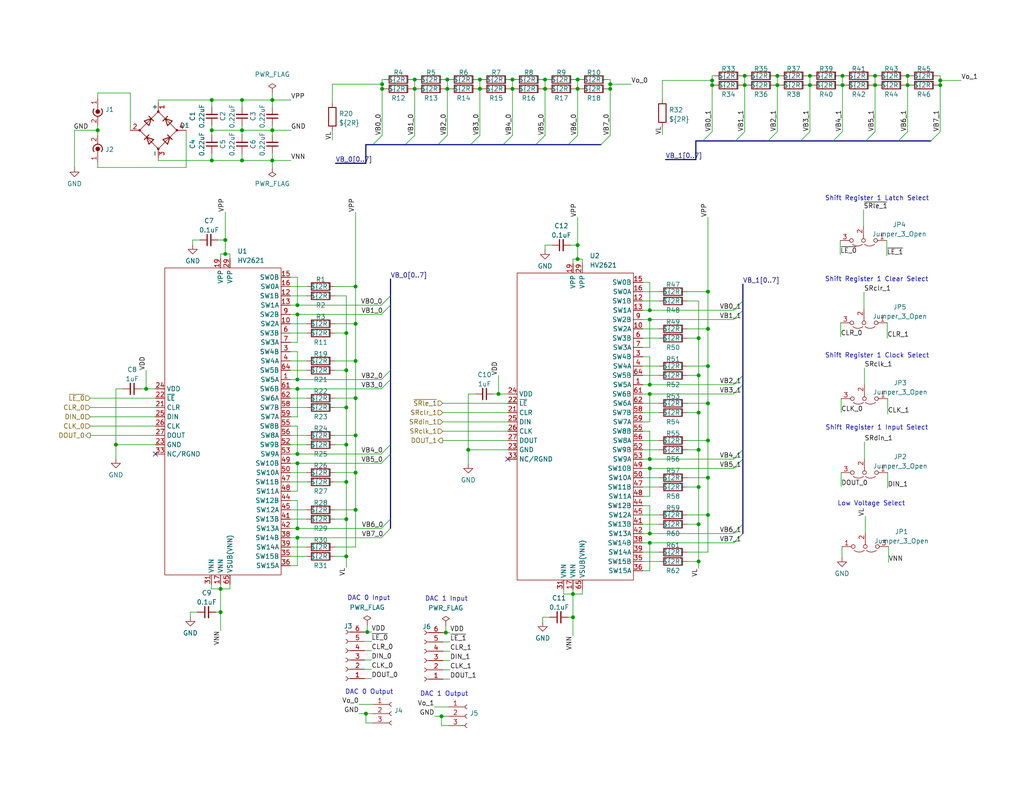
<source format=kicad_sch>
(kicad_sch (version 20211123) (generator eeschema)
  (paper "USLetter")
  (title_block (title "HVDAC - SPARC Capstone") (date "2023-03-07") (rev "01") (company "SPARC Capstone") (comment 1 "Originally by Randy Palamar") (comment 2 "Revised by Kirk Rieberger"))
  (junction (at 81.153 126.492))
  (junction (at 177.292 107.569))
  (junction (at 190.627 102.489))
  (junction (at 100.203 172.5676))
  (junction (at 190.627 112.649))
  (junction (at 139.827 24.257))
  (junction (at 156.337 168.529))
  (junction (at 81.153 103.632))
  (junction (at 193.167 99.949))
  (junction (at 193.167 120.269))
  (junction (at 94.488 111.252))
  (junction (at 81.153 83.312))
  (junction (at 66.04 35.56))
  (junction (at 60.198 167.132))
  (junction (at 229.87 20.701))
  (junction (at 148.717 21.717))
  (junction (at 194.31 21.971))
  (junction (at 194.31 23.241))
  (junction (at 177.292 105.029))
  (junction (at 157.607 21.717))
  (junction (at 97.028 129.032))
  (junction (at 177.292 148.209))
  (junction (at 57.785 27.305))
  (junction (at 122.047 21.717))
  (junction (at 94.488 101.092))
  (junction (at 136.017 107.569))
  (junction (at 190.627 122.809))
  (junction (at 193.167 140.589))
  (junction (at 203.2 20.701))
  (junction (at 166.497 22.987))
  (junction (at 66.04 27.305))
  (junction (at 220.98 20.701))
  (junction (at 190.627 143.129))
  (junction (at 39.878 106.172))
  (junction (at 220.98 23.241))
  (junction (at 94.488 141.732))
  (junction (at 193.167 79.629))
  (junction (at 113.157 24.257))
  (junction (at 212.09 20.701))
  (junction (at 193.167 110.109))
  (junction (at 94.488 90.932))
  (junction (at 190.627 132.969))
  (junction (at 247.65 20.701))
  (junction (at 212.09 23.241))
  (junction (at 177.292 87.249))
  (junction (at 97.028 139.192))
  (junction (at 177.292 84.709))
  (junction (at 81.153 146.812))
  (junction (at 97.028 118.872))
  (junction (at 57.785 43.815))
  (junction (at 81.153 106.172))
  (junction (at 193.167 89.789))
  (junction (at 74.295 43.815))
  (junction (at 31.623 121.412))
  (junction (at 26.67 35.56))
  (junction (at 94.488 151.892))
  (junction (at 247.65 23.241))
  (junction (at 256.54 23.241))
  (junction (at 190.627 153.289))
  (junction (at 60.198 160.782))
  (junction (at 130.937 24.257))
  (junction (at 190.627 92.329))
  (junction (at 57.785 35.56))
  (junction (at 139.827 21.717))
  (junction (at 177.292 127.889))
  (junction (at 256.54 21.971))
  (junction (at 113.157 21.717))
  (junction (at 81.153 123.952))
  (junction (at 121.6406 172.72))
  (junction (at 157.607 66.929))
  (junction (at 61.468 65.532))
  (junction (at 81.153 144.272))
  (junction (at 177.292 125.349))
  (junction (at 97.028 88.392))
  (junction (at 99.8474 194.8434))
  (junction (at 127.762 122.809))
  (junction (at 166.497 24.257))
  (junction (at 97.028 98.552))
  (junction (at 122.047 24.257))
  (junction (at 61.468 69.342))
  (junction (at 120.4468 195.5546))
  (junction (at 74.295 35.56))
  (junction (at 104.267 22.987))
  (junction (at 97.028 108.712))
  (junction (at 94.488 121.412))
  (junction (at 104.267 24.257))
  (junction (at 203.2 23.241))
  (junction (at 66.04 43.815))
  (junction (at 156.337 162.179))
  (junction (at 177.292 145.669))
  (junction (at 94.488 131.572))
  (junction (at 97.028 78.232))
  (junction (at 229.87 23.241))
  (junction (at 148.717 24.257))
  (junction (at 74.295 27.305))
  (junction (at 81.153 85.852))
  (junction (at 238.76 20.701))
  (junction (at 157.607 70.739))
  (junction (at 238.76 23.241))
  (junction (at 130.937 21.717))
  (junction (at 193.167 130.429))
  (junction (at 157.607 24.257))
  (no_connect (at 42.418 123.952))
  (no_connect (at 138.557 125.349))
  (bus_entry (at 200.152 84.709) (size 2.54 -2.54))
  (bus_entry (at 200.152 145.669) (size 2.54 -2.54))
  (bus_entry (at 200.152 87.249) (size 2.54 -2.54))
  (bus_entry (at 104.013 106.172) (size 2.54 -2.54))
  (bus_entry (at 104.013 83.312) (size 2.54 -2.54))
  (bus_entry (at 256.54 35.941) (size -2.54 2.54))
  (bus_entry (at 113.157 36.957) (size -2.54 2.54))
  (bus_entry (at 104.013 103.632) (size 2.54 -2.54))
  (bus_entry (at 104.013 85.852) (size 2.54 -2.54))
  (bus_entry (at 200.152 105.029) (size 2.54 -2.54))
  (bus_entry (at 166.497 36.957) (size -2.54 2.54))
  (bus_entry (at 212.09 35.941) (size -2.54 2.54))
  (bus_entry (at 238.76 35.941) (size -2.54 2.54))
  (bus_entry (at 200.152 148.209) (size 2.54 -2.54))
  (bus_entry (at 203.2 35.941) (size -2.54 2.54))
  (bus_entry (at 130.937 36.957) (size -2.54 2.54))
  (bus_entry (at 104.013 144.272) (size 2.54 -2.54))
  (bus_entry (at 200.152 125.349) (size 2.54 -2.54))
  (bus_entry (at 148.717 36.957) (size -2.54 2.54))
  (bus_entry (at 122.047 36.957) (size -2.54 2.54))
  (bus_entry (at 247.65 35.941) (size -2.54 2.54))
  (bus_entry (at 200.152 107.569) (size 2.54 -2.54))
  (bus_entry (at 220.98 35.941) (size -2.54 2.54))
  (bus_entry (at 194.31 35.941) (size -2.54 2.54))
  (bus_entry (at 157.607 36.957) (size -2.54 2.54))
  (bus_entry (at 200.152 127.889) (size 2.54 -2.54))
  (bus_entry (at 104.013 123.952) (size 2.54 -2.54))
  (bus_entry (at 139.827 36.957) (size -2.54 2.54))
  (bus_entry (at 104.013 146.812) (size 2.54 -2.54))
  (bus_entry (at 229.87 35.941) (size -2.54 2.54))
  (bus_entry (at 104.267 36.957) (size -2.54 2.54))
  (bus_entry (at 104.013 126.492) (size 2.54 -2.54))
  (wire (pts (xy 79.248 103.632) (xy 81.153 103.632)))
  (bus (pts (xy 106.553 123.952) (xy 106.553 141.732)))
  (bus (pts (xy 200.66 38.481) (xy 191.77 38.481)))
  (bus (pts (xy 106.553 103.632) (xy 106.553 121.412)))
  (wire (pts (xy 166.497 24.257) (xy 166.497 36.957)))
  (wire (pts (xy 177.292 145.669) (xy 177.292 138.049)))
  (wire (pts (xy 79.248 144.272) (xy 81.153 144.272)))
  (wire (pts (xy 38.608 106.172) (xy 39.878 106.172)))
  (wire (pts (xy 148.082 168.529) (xy 148.082 169.799)))
  (wire (pts (xy 202.565 23.241) (xy 203.2 23.241)))
  (wire (pts (xy 81.153 103.632) (xy 81.153 96.012)))
  (wire (pts (xy 79.248 80.772) (xy 83.693 80.772)))
  (wire (pts (xy 247.65 20.701) (xy 248.285 20.701)))
  (bus (pts (xy 202.692 143.129) (xy 202.692 145.669)))
  (wire (pts (xy 139.827 24.257) (xy 140.462 24.257)))
  (wire (pts (xy 149.987 168.529) (xy 148.082 168.529)))
  (wire (pts (xy 175.387 120.269) (xy 179.832 120.269)))
  (wire (pts (xy 35.56 35.56) (xy 35.56 25.4)))
  (wire (pts (xy 139.827 21.717) (xy 140.462 21.717)))
  (wire (pts (xy 81.153 126.492) (xy 104.013 126.492)))
  (wire (pts (xy 212.09 23.241) (xy 212.09 35.941)))
  (wire (pts (xy 177.292 148.209) (xy 175.387 148.209)))
  (wire (pts (xy 212.09 23.241) (xy 212.725 23.241)))
  (wire (pts (xy 187.452 122.809) (xy 190.627 122.809)))
  (wire (pts (xy 236.093 140.97) (xy 236.093 145.415)))
  (wire (pts (xy 247.015 23.241) (xy 247.65 23.241)))
  (wire (pts (xy 113.157 21.717) (xy 113.157 24.257)))
  (wire (pts (xy 193.167 120.269) (xy 193.167 130.429)))
  (wire (pts (xy 26.67 45.72) (xy 50.8 45.72)))
  (wire (pts (xy 120.777 115.189) (xy 138.557 115.189)))
  (bus (pts (xy 163.957 39.497) (xy 155.067 39.497)))
  (wire (pts (xy 180.721 21.971) (xy 180.721 27.051)))
  (wire (pts (xy 120.777 112.649) (xy 138.557 112.649)))
  (wire (pts (xy 81.153 146.812) (xy 104.013 146.812)))
  (wire (pts (xy 238.76 23.241) (xy 239.395 23.241)))
  (wire (pts (xy 187.452 99.949) (xy 193.167 99.949)))
  (wire (pts (xy 156.972 21.717) (xy 157.607 21.717)))
  (wire (pts (xy 157.607 66.929) (xy 157.607 70.739)))
  (wire (pts (xy 194.31 23.241) (xy 194.945 23.241)))
  (wire (pts (xy 91.313 98.552) (xy 97.028 98.552)))
  (wire (pts (xy 177.292 127.889) (xy 200.152 127.889)))
  (wire (pts (xy 220.345 20.701) (xy 220.98 20.701)))
  (wire (pts (xy 91.313 121.412) (xy 94.488 121.412)))
  (wire (pts (xy 235.8644 120.65) (xy 235.8644 125.222)))
  (wire (pts (xy 121.412 24.257) (xy 122.047 24.257)))
  (wire (pts (xy 81.153 106.172) (xy 104.013 106.172)))
  (wire (pts (xy 120.4468 195.5546) (xy 122.3518 195.5546)))
  (wire (pts (xy 120.777 120.269) (xy 138.557 120.269)))
  (wire (pts (xy 43.18 27.94) (xy 43.18 27.305)))
  (wire (pts (xy 157.607 24.257) (xy 158.242 24.257)))
  (wire (pts (xy 175.387 102.489) (xy 179.832 102.489)))
  (wire (pts (xy 121.6406 170.815) (xy 121.6406 172.72)))
  (wire (pts (xy 39.878 101.092) (xy 39.878 106.172)))
  (wire (pts (xy 24.638 118.872) (xy 42.418 118.872)))
  (wire (pts (xy 79.248 90.932) (xy 83.693 90.932)))
  (wire (pts (xy 175.387 84.709) (xy 177.292 84.709)))
  (wire (pts (xy 79.248 139.192) (xy 83.693 139.192)))
  (wire (pts (xy 193.167 59.309) (xy 193.167 79.629)))
  (wire (pts (xy 74.295 27.305) (xy 74.295 29.21)))
  (wire (pts (xy 177.292 107.569) (xy 175.387 107.569)))
  (wire (pts (xy 97.9424 194.8434) (xy 99.8474 194.8434)))
  (bus (pts (xy 202.692 102.489) (xy 202.692 105.029)))
  (wire (pts (xy 99.441 177.6476) (xy 101.346 177.6476)))
  (wire (pts (xy 238.76 20.701) (xy 239.395 20.701)))
  (wire (pts (xy 190.627 143.129) (xy 190.627 153.289)))
  (wire (pts (xy 26.67 25.4) (xy 35.56 25.4)))
  (wire (pts (xy 100.203 172.5676) (xy 101.346 172.5676)))
  (wire (pts (xy 229.743 149.225) (xy 229.743 152.146)))
  (wire (pts (xy 120.4468 198.0946) (xy 122.3518 198.0946)))
  (wire (pts (xy 187.452 150.749) (xy 193.167 150.749)))
  (wire (pts (xy 229.87 23.241) (xy 229.87 35.941)))
  (wire (pts (xy 104.267 24.257) (xy 104.902 24.257)))
  (wire (pts (xy 81.153 134.112) (xy 81.153 126.492)))
  (wire (pts (xy 156.972 24.257) (xy 157.607 24.257)))
  (wire (pts (xy 97.028 98.552) (xy 97.028 108.712)))
  (wire (pts (xy 187.452 120.269) (xy 193.167 120.269)))
  (wire (pts (xy 153.797 162.179) (xy 156.337 162.179)))
  (wire (pts (xy 175.387 143.129) (xy 179.832 143.129)))
  (wire (pts (xy 57.785 27.305) (xy 66.04 27.305)))
  (wire (pts (xy 127.762 122.809) (xy 127.762 126.619)))
  (wire (pts (xy 148.717 21.717) (xy 149.352 21.717)))
  (wire (pts (xy 81.153 144.272) (xy 81.153 136.652)))
  (wire (pts (xy 148.717 24.257) (xy 148.717 36.957)))
  (wire (pts (xy 130.302 24.257) (xy 130.937 24.257)))
  (bus (pts (xy 202.692 122.809) (xy 202.692 125.349)))
  (wire (pts (xy 79.248 154.432) (xy 81.153 154.432)))
  (wire (pts (xy 229.87 20.701) (xy 229.87 23.241)))
  (wire (pts (xy 193.167 110.109) (xy 193.167 120.269)))
  (wire (pts (xy 177.292 115.189) (xy 177.292 107.569)))
  (wire (pts (xy 187.452 132.969) (xy 190.627 132.969)))
  (wire (pts (xy 94.488 80.772) (xy 94.488 90.932)))
  (wire (pts (xy 158.877 70.739) (xy 158.877 72.009)))
  (wire (pts (xy 31.623 106.172) (xy 31.623 121.412)))
  (wire (pts (xy 229.5144 129.032) (xy 229.5144 132.842)))
  (wire (pts (xy 91.313 141.732) (xy 94.488 141.732)))
  (bus (pts (xy 106.553 80.772) (xy 106.553 83.312)))
  (wire (pts (xy 193.167 130.429) (xy 193.167 140.589)))
  (wire (pts (xy 74.295 25.4) (xy 74.295 27.305)))
  (wire (pts (xy 97.9424 192.3034) (xy 101.7524 192.3034)))
  (wire (pts (xy 220.98 20.701) (xy 220.98 23.241)))
  (wire (pts (xy 91.313 101.092) (xy 94.488 101.092)))
  (wire (pts (xy 62.738 160.782) (xy 60.198 160.782)))
  (wire (pts (xy 177.292 125.349) (xy 200.152 125.349)))
  (wire (pts (xy 177.292 77.089) (xy 175.387 77.089)))
  (wire (pts (xy 247.65 23.241) (xy 248.285 23.241)))
  (wire (pts (xy 79.248 78.232) (xy 83.693 78.232)))
  (wire (pts (xy 104.267 22.987) (xy 104.267 21.717)))
  (wire (pts (xy 187.452 140.589) (xy 193.167 140.589)))
  (wire (pts (xy 90.678 35.687) (xy 90.678 38.2016)))
  (wire (pts (xy 211.455 20.701) (xy 212.09 20.701)))
  (wire (pts (xy 81.153 136.652) (xy 79.248 136.652)))
  (wire (pts (xy 177.292 77.089) (xy 177.292 84.709)))
  (wire (pts (xy 112.522 24.257) (xy 113.157 24.257)))
  (wire (pts (xy 220.98 23.241) (xy 220.98 35.941)))
  (wire (pts (xy 79.248 118.872) (xy 83.693 118.872)))
  (wire (pts (xy 66.04 27.305) (xy 74.295 27.305)))
  (bus (pts (xy 146.177 39.497) (xy 137.287 39.497)))
  (wire (pts (xy 81.153 106.172) (xy 79.248 106.172)))
  (wire (pts (xy 177.292 138.049) (xy 175.387 138.049)))
  (wire (pts (xy 91.313 108.712) (xy 97.028 108.712)))
  (wire (pts (xy 104.267 21.717) (xy 104.902 21.717)))
  (wire (pts (xy 202.565 20.701) (xy 203.2 20.701)))
  (wire (pts (xy 66.04 43.815) (xy 74.295 43.815)))
  (wire (pts (xy 203.2 20.701) (xy 203.835 20.701)))
  (wire (pts (xy 91.313 78.232) (xy 97.028 78.232)))
  (wire (pts (xy 81.153 85.852) (xy 79.248 85.852)))
  (wire (pts (xy 61.468 69.342) (xy 62.738 69.342)))
  (bus (pts (xy 189.865 38.481) (xy 189.865 43.561)))
  (wire (pts (xy 175.387 110.109) (xy 179.832 110.109)))
  (wire (pts (xy 94.488 141.732) (xy 94.488 151.892)))
  (wire (pts (xy 74.295 35.56) (xy 79.375 35.56)))
  (wire (pts (xy 118.5418 193.0146) (xy 122.3518 193.0146)))
  (wire (pts (xy 66.04 34.29) (xy 66.04 35.56)))
  (wire (pts (xy 81.153 123.952) (xy 81.153 116.332)))
  (wire (pts (xy 57.658 159.512) (xy 57.658 160.782)))
  (wire (pts (xy 242.2144 108.839) (xy 242.2144 113.03)))
  (bus (pts (xy 101.727 39.497) (xy 99.822 39.497)))
  (wire (pts (xy 91.313 129.032) (xy 97.028 129.032)))
  (wire (pts (xy 120.8786 177.8) (xy 122.7836 177.8)))
  (wire (pts (xy 190.627 122.809) (xy 190.627 132.969)))
  (wire (pts (xy 122.047 21.717) (xy 122.047 24.257)))
  (wire (pts (xy 177.292 107.569) (xy 200.152 107.569)))
  (wire (pts (xy 175.387 94.869) (xy 177.292 94.869)))
  (wire (pts (xy 120.8786 185.42) (xy 122.7836 185.42)))
  (wire (pts (xy 157.607 70.739) (xy 158.877 70.739)))
  (wire (pts (xy 66.04 35.56) (xy 57.785 35.56)))
  (wire (pts (xy 175.387 125.349) (xy 177.292 125.349)))
  (wire (pts (xy 177.292 97.409) (xy 175.387 97.409)))
  (wire (pts (xy 203.2 23.241) (xy 203.2 35.941)))
  (wire (pts (xy 165.862 24.257) (xy 166.497 24.257)))
  (wire (pts (xy 121.6406 172.72) (xy 122.7836 172.72)))
  (wire (pts (xy 175.387 150.749) (xy 179.832 150.749)))
  (wire (pts (xy 193.167 140.589) (xy 193.167 150.749)))
  (wire (pts (xy 220.98 20.701) (xy 221.615 20.701)))
  (wire (pts (xy 66.04 41.91) (xy 66.04 43.815)))
  (wire (pts (xy 177.292 155.829) (xy 177.292 148.209)))
  (wire (pts (xy 58.928 167.132) (xy 60.198 167.132)))
  (wire (pts (xy 97.028 88.392) (xy 97.028 98.552)))
  (wire (pts (xy 157.607 24.257) (xy 157.607 36.957)))
  (bus (pts (xy 245.11 38.481) (xy 236.22 38.481)))
  (wire (pts (xy 81.153 154.432) (xy 81.153 146.812)))
  (wire (pts (xy 175.387 112.649) (xy 179.832 112.649)))
  (wire (pts (xy 193.167 79.629) (xy 193.167 89.789)))
  (wire (pts (xy 60.198 70.612) (xy 60.198 69.342)))
  (wire (pts (xy 81.153 83.312) (xy 104.013 83.312)))
  (bus (pts (xy 137.287 39.497) (xy 128.397 39.497)))
  (bus (pts (xy 99.822 39.497) (xy 99.822 44.577)))
  (wire (pts (xy 79.248 88.392) (xy 83.693 88.392)))
  (wire (pts (xy 24.638 113.792) (xy 42.418 113.792)))
  (wire (pts (xy 177.292 148.209) (xy 200.152 148.209)))
  (wire (pts (xy 81.153 144.272) (xy 104.013 144.272)))
  (wire (pts (xy 60.198 160.782) (xy 60.198 167.132)))
  (wire (pts (xy 91.313 88.392) (xy 97.028 88.392)))
  (wire (pts (xy 91.313 90.932) (xy 94.488 90.932)))
  (wire (pts (xy 242.0874 88.138) (xy 242.0874 92.329)))
  (wire (pts (xy 79.248 111.252) (xy 83.693 111.252)))
  (wire (pts (xy 122.047 21.717) (xy 122.682 21.717)))
  (wire (pts (xy 59.563 65.532) (xy 61.468 65.532)))
  (wire (pts (xy 229.235 20.701) (xy 229.87 20.701)))
  (wire (pts (xy 148.717 21.717) (xy 148.717 24.257)))
  (wire (pts (xy 91.313 149.352) (xy 97.028 149.352)))
  (wire (pts (xy 255.905 23.241) (xy 256.54 23.241)))
  (wire (pts (xy 238.76 20.701) (xy 238.76 23.241)))
  (wire (pts (xy 90.678 22.987) (xy 90.678 28.067)))
  (wire (pts (xy 187.452 89.789) (xy 193.167 89.789)))
  (wire (pts (xy 139.192 21.717) (xy 139.827 21.717)))
  (wire (pts (xy 24.638 116.332) (xy 42.418 116.332)))
  (wire (pts (xy 180.721 21.971) (xy 194.31 21.971)))
  (wire (pts (xy 229.3874 88.138) (xy 229.3874 91.948)))
  (wire (pts (xy 79.248 93.472) (xy 81.153 93.472)))
  (wire (pts (xy 175.387 105.029) (xy 177.292 105.029)))
  (wire (pts (xy 99.8474 194.8434) (xy 99.8474 197.3834)))
  (wire (pts (xy 187.452 130.429) (xy 193.167 130.429)))
  (wire (pts (xy 90.678 22.987) (xy 104.267 22.987)))
  (wire (pts (xy 203.2 23.241) (xy 203.835 23.241)))
  (wire (pts (xy 220.345 23.241) (xy 220.98 23.241)))
  (wire (pts (xy 177.292 135.509) (xy 177.292 127.889)))
  (wire (pts (xy 190.627 102.489) (xy 190.627 112.649)))
  (wire (pts (xy 113.157 24.257) (xy 113.792 24.257)))
  (wire (pts (xy 177.292 94.869) (xy 177.292 87.249)))
  (wire (pts (xy 94.488 90.932) (xy 94.488 101.092)))
  (wire (pts (xy 120.8786 175.26) (xy 122.7836 175.26)))
  (bus (pts (xy 128.397 39.497) (xy 119.507 39.497)))
  (wire (pts (xy 121.412 21.717) (xy 122.047 21.717)))
  (wire (pts (xy 81.153 93.472) (xy 81.153 85.852)))
  (wire (pts (xy 175.387 130.429) (xy 179.832 130.429)))
  (wire (pts (xy 61.468 65.532) (xy 61.468 69.342)))
  (wire (pts (xy 212.09 20.701) (xy 212.09 23.241)))
  (wire (pts (xy 256.54 21.971) (xy 256.54 20.701)))
  (wire (pts (xy 91.313 80.772) (xy 94.488 80.772)))
  (wire (pts (xy 81.153 123.952) (xy 104.013 123.952)))
  (wire (pts (xy 79.248 98.552) (xy 83.693 98.552)))
  (wire (pts (xy 155.067 168.529) (xy 156.337 168.529)))
  (wire (pts (xy 43.18 27.305) (xy 57.785 27.305)))
  (wire (pts (xy 166.497 22.987) (xy 172.212 22.987)))
  (bus (pts (xy 254 38.481) (xy 245.11 38.481)))
  (wire (pts (xy 175.387 122.809) (xy 179.832 122.809)))
  (wire (pts (xy 177.292 87.249) (xy 175.387 87.249)))
  (bus (pts (xy 202.692 82.169) (xy 202.692 84.709)))
  (wire (pts (xy 79.248 129.032) (xy 83.693 129.032)))
  (wire (pts (xy 139.827 24.257) (xy 139.827 36.957)))
  (wire (pts (xy 120.8786 180.34) (xy 122.7836 180.34)))
  (wire (pts (xy 43.18 43.18) (xy 43.18 43.815)))
  (wire (pts (xy 20.32 35.56) (xy 26.67 35.56)))
  (wire (pts (xy 194.31 21.971) (xy 194.31 20.701)))
  (wire (pts (xy 220.98 23.241) (xy 221.615 23.241)))
  (wire (pts (xy 156.337 168.529) (xy 156.337 173.609)))
  (wire (pts (xy 60.198 69.342) (xy 61.468 69.342)))
  (wire (pts (xy 39.878 106.172) (xy 42.418 106.172)))
  (wire (pts (xy 187.452 112.649) (xy 190.627 112.649)))
  (wire (pts (xy 187.452 102.489) (xy 190.627 102.489)))
  (bus (pts (xy 110.617 39.497) (xy 101.727 39.497)))
  (wire (pts (xy 74.295 43.815) (xy 74.295 45.72)))
  (wire (pts (xy 74.295 35.56) (xy 66.04 35.56)))
  (wire (pts (xy 134.747 107.569) (xy 136.017 107.569)))
  (wire (pts (xy 99.441 175.1076) (xy 101.346 175.1076)))
  (wire (pts (xy 127.762 122.809) (xy 138.557 122.809)))
  (wire (pts (xy 43.18 43.815) (xy 57.785 43.815)))
  (wire (pts (xy 175.387 135.509) (xy 177.292 135.509)))
  (wire (pts (xy 175.387 89.789) (xy 179.832 89.789)))
  (wire (pts (xy 94.488 151.892) (xy 94.488 154.94)))
  (wire (pts (xy 81.153 116.332) (xy 79.248 116.332)))
  (wire (pts (xy 187.452 110.109) (xy 193.167 110.109)))
  (wire (pts (xy 81.153 126.492) (xy 79.248 126.492)))
  (wire (pts (xy 235.6104 57.277) (xy 235.6104 61.849)))
  (wire (pts (xy 129.667 107.569) (xy 127.762 107.569)))
  (wire (pts (xy 256.54 21.971) (xy 262.255 21.971)))
  (wire (pts (xy 104.267 22.987) (xy 104.267 24.257)))
  (wire (pts (xy 139.827 21.717) (xy 139.827 24.257)))
  (wire (pts (xy 31.623 121.412) (xy 42.418 121.412)))
  (wire (pts (xy 81.153 113.792) (xy 81.153 106.172)))
  (wire (pts (xy 157.607 21.717) (xy 158.242 21.717)))
  (wire (pts (xy 247.015 20.701) (xy 247.65 20.701)))
  (wire (pts (xy 33.528 106.172) (xy 31.623 106.172)))
  (bus (pts (xy 202.692 84.709) (xy 202.692 102.489)))
  (wire (pts (xy 187.452 153.289) (xy 190.627 153.289)))
  (wire (pts (xy 24.638 108.712) (xy 42.418 108.712)))
  (wire (pts (xy 229.87 20.701) (xy 230.505 20.701)))
  (wire (pts (xy 242.2144 129.032) (xy 242.2144 133.223)))
  (wire (pts (xy 158.877 162.179) (xy 156.337 162.179)))
  (wire (pts (xy 94.488 111.252) (xy 94.488 121.412)))
  (wire (pts (xy 136.017 107.569) (xy 138.557 107.569)))
  (wire (pts (xy 66.04 35.56) (xy 66.04 36.83)))
  (wire (pts (xy 113.157 24.257) (xy 113.157 36.957)))
  (wire (pts (xy 62.738 69.342) (xy 62.738 70.612)))
  (wire (pts (xy 31.623 121.412) (xy 31.623 125.222)))
  (wire (pts (xy 229.5144 108.839) (xy 229.5144 112.649)))
  (wire (pts (xy 193.167 99.949) (xy 193.167 110.109)))
  (bus (pts (xy 227.33 38.481) (xy 218.44 38.481)))
  (wire (pts (xy 238.125 23.241) (xy 238.76 23.241)))
  (wire (pts (xy 57.658 160.782) (xy 60.198 160.782)))
  (wire (pts (xy 241.9604 65.659) (xy 241.9604 69.85)))
  (wire (pts (xy 127.762 107.569) (xy 127.762 122.809)))
  (bus (pts (xy 236.22 38.481) (xy 227.33 38.481)))
  (wire (pts (xy 62.738 159.512) (xy 62.738 160.782)))
  (wire (pts (xy 177.292 125.349) (xy 177.292 117.729)))
  (wire (pts (xy 156.337 70.739) (xy 157.607 70.739)))
  (wire (pts (xy 190.627 132.969) (xy 190.627 143.129)))
  (wire (pts (xy 51.943 167.132) (xy 51.943 168.402)))
  (wire (pts (xy 211.455 23.241) (xy 212.09 23.241)))
  (wire (pts (xy 81.153 85.852) (xy 104.013 85.852)))
  (wire (pts (xy 99.8474 194.8434) (xy 101.7524 194.8434)))
  (wire (pts (xy 156.337 72.009) (xy 156.337 70.739)))
  (wire (pts (xy 130.937 24.257) (xy 131.572 24.257)))
  (wire (pts (xy 166.497 22.987) (xy 166.497 24.257)))
  (bus (pts (xy 181.61 43.561) (xy 189.865 43.561)))
  (wire (pts (xy 157.607 59.309) (xy 157.607 66.929)))
  (wire (pts (xy 99.441 180.1876) (xy 101.346 180.1876)))
  (wire (pts (xy 26.67 26.67) (xy 26.67 25.4)))
  (wire (pts (xy 148.082 24.257) (xy 148.717 24.257)))
  (wire (pts (xy 190.627 153.289) (xy 190.627 155.194)))
  (wire (pts (xy 91.313 131.572) (xy 94.488 131.572)))
  (wire (pts (xy 120.8786 172.72) (xy 121.6406 172.72)))
  (wire (pts (xy 120.8786 182.88) (xy 122.7836 182.88)))
  (bus (pts (xy 106.553 83.312) (xy 106.553 101.092)))
  (wire (pts (xy 175.387 115.189) (xy 177.292 115.189)))
  (wire (pts (xy 175.387 153.289) (xy 179.832 153.289)))
  (wire (pts (xy 235.8644 100.457) (xy 235.8644 105.029)))
  (wire (pts (xy 91.313 151.892) (xy 94.488 151.892)))
  (wire (pts (xy 112.522 21.717) (xy 113.157 21.717)))
  (wire (pts (xy 79.248 141.732) (xy 83.693 141.732)))
  (wire (pts (xy 177.292 145.669) (xy 200.152 145.669)))
  (wire (pts (xy 94.488 131.572) (xy 94.488 141.732)))
  (wire (pts (xy 57.785 41.91) (xy 57.785 43.815)))
  (bus (pts (xy 191.77 38.481) (xy 189.865 38.481)))
  (wire (pts (xy 118.5418 195.5546) (xy 120.4468 195.5546)))
  (wire (pts (xy 74.295 43.815) (xy 79.375 43.815)))
  (bus (pts (xy 155.067 39.497) (xy 146.177 39.497)))
  (wire (pts (xy 99.8474 197.3834) (xy 101.7524 197.3834)))
  (wire (pts (xy 194.31 20.701) (xy 194.945 20.701)))
  (wire (pts (xy 166.497 22.987) (xy 166.497 21.717)))
  (wire (pts (xy 97.028 118.872) (xy 97.028 129.032)))
  (wire (pts (xy 203.2 20.701) (xy 203.2 23.241)))
  (wire (pts (xy 79.248 113.792) (xy 81.153 113.792)))
  (wire (pts (xy 166.497 21.717) (xy 165.862 21.717)))
  (wire (pts (xy 81.153 75.692) (xy 81.153 83.312)))
  (wire (pts (xy 120.777 117.729) (xy 138.557 117.729)))
  (wire (pts (xy 79.248 134.112) (xy 81.153 134.112)))
  (wire (pts (xy 79.248 131.572) (xy 83.693 131.572)))
  (wire (pts (xy 81.153 75.692) (xy 79.248 75.692)))
  (wire (pts (xy 97.028 139.192) (xy 97.028 149.352)))
  (bus (pts (xy 91.567 44.577) (xy 99.822 44.577)))
  (wire (pts (xy 99.441 185.2676) (xy 101.346 185.2676)))
  (wire (pts (xy 148.717 66.929) (xy 148.717 68.199)))
  (bus (pts (xy 106.553 141.732) (xy 106.553 144.272)))
  (wire (pts (xy 148.082 21.717) (xy 148.717 21.717)))
  (wire (pts (xy 130.937 21.717) (xy 130.937 24.257)))
  (wire (pts (xy 148.717 24.257) (xy 149.352 24.257)))
  (wire (pts (xy 113.157 21.717) (xy 113.792 21.717)))
  (wire (pts (xy 130.937 21.717) (xy 131.572 21.717)))
  (wire (pts (xy 26.67 35.56) (xy 26.67 36.83)))
  (bus (pts (xy 106.553 76.2) (xy 106.553 80.772)))
  (bus (pts (xy 119.507 39.497) (xy 110.617 39.497)))
  (wire (pts (xy 57.785 43.815) (xy 66.04 43.815)))
  (wire (pts (xy 81.153 146.812) (xy 79.248 146.812)))
  (wire (pts (xy 247.65 23.241) (xy 247.65 35.941)))
  (wire (pts (xy 175.387 79.629) (xy 179.832 79.629)))
  (wire (pts (xy 156.337 162.179) (xy 156.337 168.529)))
  (wire (pts (xy 177.292 84.709) (xy 200.152 84.709)))
  (wire (pts (xy 190.627 92.329) (xy 190.627 102.489)))
  (wire (pts (xy 122.047 24.257) (xy 122.047 36.957)))
  (wire (pts (xy 153.797 160.909) (xy 153.797 162.179)))
  (wire (pts (xy 229.87 23.241) (xy 230.505 23.241)))
  (wire (pts (xy 74.295 34.29) (xy 74.295 35.56)))
  (wire (pts (xy 235.7374 79.756) (xy 235.7374 84.328)))
  (wire (pts (xy 155.702 66.929) (xy 157.607 66.929)))
  (wire (pts (xy 130.302 21.717) (xy 130.937 21.717)))
  (wire (pts (xy 74.295 35.56) (xy 74.295 36.83)))
  (wire (pts (xy 54.483 65.532) (xy 52.578 65.532)))
  (wire (pts (xy 79.248 101.092) (xy 83.693 101.092)))
  (wire (pts (xy 175.387 132.969) (xy 179.832 132.969)))
  (wire (pts (xy 238.125 20.701) (xy 238.76 20.701)))
  (wire (pts (xy 57.785 35.56) (xy 57.785 36.83)))
  (bus (pts (xy 202.692 105.029) (xy 202.692 122.809)))
  (wire (pts (xy 194.31 23.241) (xy 194.31 35.941)))
  (wire (pts (xy 175.387 155.829) (xy 177.292 155.829)))
  (wire (pts (xy 256.54 23.241) (xy 256.54 35.941)))
  (wire (pts (xy 177.292 105.029) (xy 200.152 105.029)))
  (wire (pts (xy 256.54 21.971) (xy 256.54 23.241)))
  (wire (pts (xy 120.4468 195.5546) (xy 120.4468 198.0946)))
  (wire (pts (xy 187.452 79.629) (xy 193.167 79.629)))
  (wire (pts (xy 177.292 105.029) (xy 177.292 97.409)))
  (wire (pts (xy 91.313 118.872) (xy 97.028 118.872)))
  (wire (pts (xy 177.292 117.729) (xy 175.387 117.729)))
  (wire (pts (xy 212.09 20.701) (xy 212.725 20.701)))
  (wire (pts (xy 97.028 57.912) (xy 97.028 78.232)))
  (wire (pts (xy 136.017 102.489) (xy 136.017 107.569)))
  (wire (pts (xy 175.387 99.949) (xy 179.832 99.949)))
  (wire (pts (xy 26.67 45.72) (xy 26.67 44.45)))
  (wire (pts (xy 122.047 24.257) (xy 122.682 24.257)))
  (wire (pts (xy 256.54 20.701) (xy 255.905 20.701)))
  (wire (pts (xy 175.387 145.669) (xy 177.292 145.669)))
  (wire (pts (xy 79.248 121.412) (xy 83.693 121.412)))
  (wire (pts (xy 100.203 170.6626) (xy 100.203 172.5676)))
  (wire (pts (xy 79.248 123.952) (xy 81.153 123.952)))
  (wire (pts (xy 79.248 83.312) (xy 81.153 83.312)))
  (bus (pts (xy 209.55 38.481) (xy 200.66 38.481)))
  (bus (pts (xy 218.44 38.481) (xy 209.55 38.481)))
  (wire (pts (xy 60.198 160.782) (xy 60.198 159.512)))
  (wire (pts (xy 53.848 167.132) (xy 51.943 167.132)))
  (wire (pts (xy 229.2604 65.659) (xy 229.2604 69.469)))
  (wire (pts (xy 97.028 108.712) (xy 97.028 118.872)))
  (wire (pts (xy 60.198 167.132) (xy 60.198 172.212)))
  (wire (pts (xy 57.785 27.305) (xy 57.785 29.21)))
  (wire (pts (xy 79.248 151.892) (xy 83.693 151.892)))
  (wire (pts (xy 175.387 140.589) (xy 179.832 140.589)))
  (wire (pts (xy 94.488 121.412) (xy 94.488 131.572)))
  (wire (pts (xy 139.192 24.257) (xy 139.827 24.257)))
  (wire (pts (xy 91.313 111.252) (xy 94.488 111.252)))
  (bus (pts (xy 106.553 121.412) (xy 106.553 123.952)))
  (wire (pts (xy 247.65 20.701) (xy 247.65 23.241)))
  (wire (pts (xy 79.248 108.712) (xy 83.693 108.712)))
  (bus (pts (xy 106.553 101.092) (xy 106.553 103.632)))
  (wire (pts (xy 91.313 139.192) (xy 97.028 139.192)))
  (wire (pts (xy 175.387 92.329) (xy 179.832 92.329)))
  (wire (pts (xy 79.248 149.352) (xy 83.693 149.352)))
  (wire (pts (xy 81.153 103.632) (xy 104.013 103.632)))
  (wire (pts (xy 61.468 57.912) (xy 61.468 65.532)))
  (wire (pts (xy 97.028 129.032) (xy 97.028 139.192)))
  (wire (pts (xy 180.721 34.671) (xy 180.721 36.7792)))
  (wire (pts (xy 157.607 21.717) (xy 157.607 24.257)))
  (wire (pts (xy 190.627 82.169) (xy 190.627 92.329)))
  (wire (pts (xy 187.452 92.329) (xy 190.627 92.329)))
  (wire (pts (xy 81.153 96.012) (xy 79.248 96.012)))
  (wire (pts (xy 187.452 82.169) (xy 190.627 82.169)))
  (wire (pts (xy 120.777 110.109) (xy 138.557 110.109)))
  (wire (pts (xy 57.785 34.29) (xy 57.785 35.56)))
  (wire (pts (xy 104.267 24.257) (xy 104.267 36.957)))
  (wire (pts (xy 94.488 101.092) (xy 94.488 111.252)))
  (wire (pts (xy 190.627 112.649) (xy 190.627 122.809)))
  (wire (pts (xy 177.292 127.889) (xy 175.387 127.889)))
  (wire (pts (xy 97.028 78.232) (xy 97.028 88.392)))
  (wire (pts (xy 74.295 27.305) (xy 79.375 27.305)))
  (wire (pts (xy 238.76 23.241) (xy 238.76 35.941)))
  (wire (pts (xy 229.235 23.241) (xy 229.87 23.241)))
  (wire (pts (xy 193.167 89.789) (xy 193.167 99.949)))
  (wire (pts (xy 194.31 21.971) (xy 194.31 23.241)))
  (wire (pts (xy 26.67 34.29) (xy 26.67 35.56)))
  (wire (pts (xy 20.32 35.56) (xy 20.32 45.72)))
  (wire (pts (xy 158.877 160.909) (xy 158.877 162.179)))
  (wire (pts (xy 50.8 35.56) (xy 50.8 45.72)))
  (wire (pts (xy 24.638 111.252) (xy 42.418 111.252)))
  (wire (pts (xy 52.578 65.532) (xy 52.578 66.802)))
  (wire (pts (xy 187.452 143.129) (xy 190.627 143.129)))
  (wire (pts (xy 66.04 27.305) (xy 66.04 29.21)))
  (wire (pts (xy 156.337 162.179) (xy 156.337 160.909)))
  (wire (pts (xy 99.441 172.5676) (xy 100.203 172.5676)))
  (wire (pts (xy 74.295 43.815) (xy 74.295 41.91)))
  (wire (pts (xy 150.622 66.929) (xy 148.717 66.929)))
  (wire (pts (xy 130.937 24.257) (xy 130.937 36.957)))
  (wire (pts (xy 177.292 87.249) (xy 200.152 87.249)))
  (wire (pts (xy 242.443 149.225) (xy 242.443 153.543)))
  (bus (pts (xy 202.692 125.349) (xy 202.692 143.129)))
  (wire (pts (xy 175.387 82.169) (xy 179.832 82.169)))
  (bus (pts (xy 202.692 77.597) (xy 202.692 82.169)))
  (wire (pts (xy 99.441 182.7276) (xy 101.346 182.7276)))
  (text "DAC 1 Output" (at 114.5794 190.2968 0) (effects (font (size 1.27 1.27)) (justify left bottom)))
  (text "Low Voltage Select" (at 228.473 138.303 0) (effects (font (size 1.27 1.27)) (justify left bottom)))
  (text "DAC 0 Output" (at 94.1324 189.7634 0) (effects (font (size 1.27 1.27)) (justify left bottom)))
  (text "Shift Register 1 Clear Select" (at 225.0694 77.089 0) (effects (font (size 1.27 1.27)) (justify left bottom)))
  (text "Shift Register 1 Latch Select" (at 225.0694 54.991 0) (effects (font (size 1.27 1.27)) (justify left bottom)))
  (text "DAC 1 Input" (at 115.9256 164.338 0) (effects (font (size 1.27 1.27)) (justify left bottom)))
  (text "DAC 0 Input" (at 94.7166 164.1348 0) (effects (font (size 1.27 1.27)) (justify left bottom)))
  (text "Shift Register 1 Input Select" (at 225.1964 117.602 0) (effects (font (size 1.27 1.27)) (justify left bottom)))
  (text "Shift Register 1 Clock Select" (at 225.0694 97.917 0) (effects (font (size 1.27 1.27)) (justify left bottom)))
  (label "VB_1[0..7]" (at 181.61 43.561 0))
  (label "CLK_1" (at 242.2144 113.03 0))
  (label "VL" (at 180.721 36.7792 90))
  (label "CLR_0" (at 101.346 177.6476 0))
  (label "VL" (at 236.093 140.97 90))
  (label "VB2_1" (at 212.09 35.941 90))
  (label "VB0_0" (at 104.267 36.957 90))
  (label "~{LE_1}" (at 241.9604 69.85 0))
  (label "CLR_1" (at 122.7836 177.8 0))
  (label "VDD" (at 101.346 172.5676 0))
  (label "~{SRle_1}" (at 235.6104 57.277 0))
  (label "VB7_1" (at 256.54 35.941 90))
  (label "VB0_1" (at 196.342 84.709 0))
  (label "CLK_0" (at 229.5144 112.649 0))
  (label "VB4_0" (at 139.827 36.957 90))
  (label "VPP" (at 97.028 57.912 90))
  (label "GND" (at 118.5418 195.5546 180))
  (label "Vo_0" (at 172.212 22.987 0))
  (label "SRclr_1" (at 235.7374 79.756 0))
  (label "VB7_0" (at 98.679 146.812 0))
  (label "VB2_1" (at 196.342 105.029 0))
  (label "VB6_1" (at 247.65 35.941 90))
  (label "~{LE_0}" (at 229.2604 69.469 0))
  (label "VPP" (at 61.468 57.912 90))
  (label "VL" (at 94.488 154.94 270))
  (label "VB4_0" (at 98.552 123.952 0))
  (label "VB_1[0..7]" (at 202.692 77.597 0))
  (label "VB7_0" (at 166.497 36.957 90))
  (label "VB5_1" (at 238.76 35.941 90))
  (label "VB4_1" (at 229.87 35.941 90))
  (label "VPP" (at 157.607 59.309 90))
  (label "VB6_0" (at 157.607 36.957 90))
  (label "VDD" (at 136.017 102.489 90))
  (label "CLK_1" (at 122.7836 182.88 0))
  (label "DIN_1" (at 242.2144 133.223 0))
  (label "VDD" (at 39.878 101.092 90))
  (label "CLR_0" (at 229.3874 91.948 0))
  (label "VNN" (at 156.337 173.609 270))
  (label "SRdin_1" (at 235.8644 120.65 0))
  (label "CLK_0" (at 101.346 182.7276 0))
  (label "VB5_0" (at 98.552 126.492 0))
  (label "Vo_0" (at 97.9424 192.3034 180))
  (label "VL" (at 190.627 155.194 270))
  (label "VPP" (at 193.167 59.309 90))
  (label "DOUT_0" (at 229.5144 132.842 0))
  (label "VNN" (at 242.443 153.543 0))
  (label "VB4_1" (at 196.342 125.349 0))
  (label "VB6_1" (at 196.342 145.669 0))
  (label "VB5_0" (at 148.717 36.957 90))
  (label "VB1_0" (at 98.552 85.852 0))
  (label "VB3_1" (at 196.342 107.569 0))
  (label "DIN_1" (at 122.7836 180.34 0))
  (label "Vo_1" (at 118.5418 193.0146 180))
  (label "~{LE_0}" (at 101.346 175.1076 0))
  (label "VB3_1" (at 220.98 35.941 90))
  (label "DOUT_0" (at 101.346 185.2676 0))
  (label "VB_0[0..7]" (at 91.567 44.577 0))
  (label "SRclk_1" (at 235.8644 100.457 0))
  (label "VB7_1" (at 196.342 148.209 0))
  (label "VB_0[0..7]" (at 106.553 76.2 0))
  (label "GND" (at 79.375 35.56 0))
  (label "GND" (at 97.9424 194.8434 180))
  (label "CLR_1" (at 242.0874 92.329 0))
  (label "VB3_0" (at 98.552 106.172 0))
  (label "VB1_1" (at 203.2 35.941 90))
  (label "VB1_0" (at 113.157 36.957 90))
  (label "VL" (at 90.678 38.2016 90))
  (label "VDD" (at 122.7836 172.72 0))
  (label "GND" (at 24.13 35.56 180))
  (label "VB0_1" (at 194.31 35.941 90))
  (label "VB3_0" (at 130.937 36.957 90))
  (label "VB1_1" (at 196.342 87.249 0))
  (label "DIN_0" (at 101.346 180.1876 0))
  (label "VNN" (at 60.198 172.212 270))
  (label "VNN" (at 79.375 43.815 0))
  (label "VB0_0" (at 98.425 83.312 0))
  (label "Vo_1" (at 262.255 21.971 0))
  (label "VB2_0" (at 98.552 103.632 0))
  (label "VB6_0" (at 98.679 144.272 0))
  (label "VB5_1" (at 196.342 127.889 0))
  (label "VPP" (at 79.375 27.305 0))
  (label "DOUT_1" (at 122.7836 185.42 0))
  (label "~{LE_1}" (at 122.7836 175.26 0))
  (label "VB2_0" (at 122.047 36.957 90))
  (hierarchical_label "SRclk_1" (shape input) (at 120.777 117.729 180))
  (hierarchical_label "SRdin_1" (shape input) (at 120.777 115.189 180))
  (hierarchical_label "CLR_0" (shape input) (at 24.638 111.252 180))
  (hierarchical_label "CLK_0" (shape input) (at 24.638 116.332 180))
  (hierarchical_label "DOUT_0" (shape output) (at 24.638 118.872 180))
  (hierarchical_label "~{LE_0}" (shape input) (at 24.638 108.712 180))
  (hierarchical_label "DIN_0" (shape input) (at 24.638 113.792 180))
  (hierarchical_label "~{SRle_1}" (shape input) (at 120.777 110.109 180))
  (hierarchical_label "DOUT_1" (shape output) (at 120.777 120.269 180))
  (hierarchical_label "SRclr_1" (shape input) (at 120.777 112.649 180))
  (symbol (lib_id "Device:C_Small") (at 36.068 106.172 270) (mirror x) (unit 1)
    (property "Reference" "C8" (at 36.0617 100.9101 90))
    (property "Value" "1uF" (at 36.0617 103.447 90))
    (property "Footprint" "Capacitor_SMD:C_0603_1608Metric" (effects hide))
  )
  (symbol (lib_id "Device:R") (at 117.602 24.257 270) (unit 1)
    (property "Reference" "R13" (at 117.602 26.797 90))
    (property "Value" "${2R}" (at 117.602 24.257 90))
    (property "Footprint" "grad_kicad_foot:R_0603_1608Metric_small_silk" (effects hide))
  )
  (symbol (lib_id "power:PWR_FLAG") (at 74.295 45.72 180) (unit 1)
    (property "Reference" "#FLG0102" (effects hide))
    (property "Value" "PWR_FLAG" (at 74.295 50.165 0))
  )
  (symbol (lib_id "Device:R") (at 108.712 24.257 270) (unit 1)
    (property "Reference" "R12" (at 108.712 26.797 90))
    (property "Value" "${2R}" (at 108.712 24.257 90))
    (property "Footprint" "grad_kicad_foot:R_0603_1608Metric_small_silk" (effects hide))
  )
  (symbol (lib_id "Device:R") (at 216.535 20.701 90) (unit 1)
    (property "Reference" "R37" (at 216.535 18.796 90))
    (property "Value" "${2R}" (at 216.535 20.701 90))
    (property "Footprint" "grad_kicad_foot:R_0603_1608Metric_small_silk" (effects hide))
  )
  (symbol (lib_id "Device:R") (at 216.535 23.241 270) (unit 1)
    (property "Reference" "R38" (at 216.535 25.781 90))
    (property "Value" "${2R}" (at 216.535 23.241 90))
    (property "Footprint" "grad_kicad_foot:R_0603_1608Metric_small_silk" (effects hide))
  )
  (symbol (lib_id "Device:R") (at 87.503 121.412 270) (unit 1)
    (property "Reference" "R25" (at 87.503 123.952 90))
    (property "Value" "${2R}" (at 87.503 121.412 90))
    (property "Footprint" "grad_kicad_foot:R_0603_1608Metric_small_silk" (effects hide))
  )
  (symbol (lib_id "Device:R") (at 126.492 21.717 90) (unit 1)
    (property "Reference" "R6" (at 126.492 19.812 90))
    (property "Value" "${2R}" (at 126.492 21.717 90))
    (property "Footprint" "grad_kicad_foot:R_0603_1608Metric_small_silk" (effects hide))
  )
  (symbol (lib_id "power:GND") (at 20.32 45.72 0) (unit 1)
    (property "Reference" "#PWR01" (effects hide))
    (property "Value" "GND" (at 20.32 50.1634 0))
  )
  (symbol (lib_id "Device:R") (at 162.052 21.717 90) (unit 1)
    (property "Reference" "R10" (at 162.052 19.812 90))
    (property "Value" "${2R}" (at 162.052 21.717 90))
    (property "Footprint" "grad_kicad_foot:R_0603_1608Metric_small_silk" (effects hide))
  )
  (symbol (lib_id "Connector:Conn_Coaxial_Power") (at 26.67 29.21 0) (unit 1)
    (property "Reference" "J1" (at 28.702 29.8993 0) (effects (justify left)))
    (property "Value" "Conn_Coaxial_Power" (effects hide))
    (property "Footprint" "Connector_Coaxial:SMA_Molex_73251-1153_EdgeMount_Horizontal" (effects hide))
  )
  (symbol (lib_id "power:GND") (at 51.943 168.402 0) (unit 1)
    (property "Reference" "#PWR05" (effects hide))
    (property "Value" "GND" (at 51.943 172.8454 0))
  )
  (symbol (lib_id "Device:C_Small") (at 66.04 31.75 180) (unit 1)
    (property "Reference" "C2" (at 60.7781 31.7437 90))
    (property "Value" "0.22uF" (at 63.315 31.7437 90))
    (property "Footprint" "Capacitor_SMD:C_1210_3225Metric" (effects hide))
  )
  (symbol (lib_id "Device:R") (at 183.642 112.649 270) (unit 1)
    (property "Reference" "R54" (at 183.642 115.189 90))
    (property "Value" "${2R}" (at 183.642 112.649 90))
    (property "Footprint" "grad_kicad_foot:R_0603_1608Metric_small_silk" (effects hide))
  )
  (symbol (lib_id "power:PWR_FLAG") (at 74.295 25.4 0) (unit 1)
    (property "Reference" "#FLG0101" (effects hide))
    (property "Value" "PWR_FLAG" (at 74.295 20.32 0))
  )
  (symbol (lib_id "Device:R") (at 87.503 131.572 270) (unit 1)
    (property "Reference" "R27" (at 87.503 134.112 90))
    (property "Value" "${2R}" (at 87.503 131.572 90))
    (property "Footprint" "grad_kicad_foot:R_0603_1608Metric_small_silk" (effects hide))
  )
  (symbol (lib_id "grad:HV2621") (at 60.198 113.792 0) (unit 1)
    (property "Reference" "U1" (at 64.7574 68.58 0) (effects (justify left)))
    (property "Value" "HV2621" (at 64.7574 71.12 0) (effects (justify left)))
    (property "Footprint" "grad_kicad_foot:VQFN-64-1EP_9x9mm_P0.5mm_EP7.15x7.15mm_ThermalVias_0.25mm" (effects hide))
    (property "Datasheet" "http://ww1.microchip.com/downloads/en/DeviceDoc/HV2621-Family-Data-Sheet-DS20006082A.pdf" (effects hide))
  )
  (symbol (lib_id "Device:R") (at 87.503 78.232 90) (unit 1)
    (property "Reference" "R1" (at 87.503 76.327 90))
    (property "Value" "${2R}" (at 87.503 78.232 90))
    (property "Footprint" "grad_kicad_foot:R_0603_1608Metric_small_silk" (effects hide))
  )
  (symbol (lib_id "Device:R") (at 225.425 23.241 270) (unit 1)
    (property "Reference" "R40" (at 225.425 25.781 90))
    (property "Value" "${2R}" (at 225.425 23.241 90))
    (property "Footprint" "grad_kicad_foot:R_0603_1608Metric_small_silk" (effects hide))
  )
  (symbol (lib_id "Device:R") (at 87.503 151.892 270) (unit 1)
    (property "Reference" "R31" (at 87.503 154.432 90))
    (property "Value" "${2R}" (at 87.503 151.892 90))
    (property "Footprint" "grad_kicad_foot:R_0603_1608Metric_small_silk" (effects hide))
  )
  (symbol (lib_id "Jumper:Jumper_3_Open") (at 236.093 149.225 0) (mirror x) (unit 1)
    (property "Reference" "JP1" (at 245.999 145.161 0))
    (property "Value" "Jumper_3_Open" (at 245.999 147.701 0))
    (property "Footprint" "Connector_PinHeader_2.54mm:PinHeader_1x03_P2.54mm_Vertical" (effects hide))
  )
  (symbol (lib_id "Device:R") (at 183.642 122.809 270) (unit 1)
    (property "Reference" "R56" (at 183.642 125.349 90))
    (property "Value" "${2R}" (at 183.642 122.809 90))
    (property "Footprint" "grad_kicad_foot:R_0603_1608Metric_small_silk" (effects hide))
  )
  (symbol (lib_id "Device:R") (at 183.642 153.289 270) (unit 1)
    (property "Reference" "R62" (at 183.642 155.829 90))
    (property "Value" "${2R}" (at 183.642 153.289 90))
    (property "Footprint" "grad_kicad_foot:R_0603_1608Metric_small_silk" (effects hide))
  )
  (symbol (lib_id "Device:R") (at 144.272 24.257 270) (unit 1)
    (property "Reference" "R16" (at 144.272 26.797 90))
    (property "Value" "${2R}" (at 144.272 24.257 90))
    (property "Footprint" "grad_kicad_foot:R_0603_1608Metric_small_silk" (effects hide))
  )
  (symbol (lib_id "Device:R") (at 183.642 120.269 90) (unit 1)
    (property "Reference" "R55" (at 183.642 118.364 90))
    (property "Value" "${2R}" (at 183.642 120.269 90))
    (property "Footprint" "grad_kicad_foot:R_0603_1608Metric_small_silk" (effects hide))
  )
  (symbol (lib_id "Device:R") (at 87.503 108.712 90) (unit 1)
    (property "Reference" "R22" (at 87.503 106.807 90))
    (property "Value" "${2R}" (at 87.503 108.712 90))
    (property "Footprint" "grad_kicad_foot:R_0603_1608Metric_small_silk" (effects hide))
  )
  (symbol (lib_id "Device:R") (at 87.503 141.732 270) (unit 1)
    (property "Reference" "R29" (at 87.503 144.272 90))
    (property "Value" "${2R}" (at 87.503 141.732 90))
    (property "Footprint" "grad_kicad_foot:R_0603_1608Metric_small_silk" (effects hide))
  )
  (symbol (lib_id "Device:R") (at 252.095 23.241 270) (unit 1)
    (property "Reference" "R46" (at 252.095 25.781 90))
    (property "Value" "${2R}" (at 252.095 23.241 90))
    (property "Footprint" "grad_kicad_foot:R_0603_1608Metric_small_silk" (effects hide))
  )
  (symbol (lib_id "Jumper:Jumper_3_Open") (at 235.6104 65.659 180) (unit 1)
    (property "Reference" "JP4" (at 245.3894 61.341 0))
    (property "Value" "Jumper_3_Open" (at 245.3894 63.881 0))
    (property "Footprint" "Connector_PinHeader_2.54mm:PinHeader_1x03_P2.54mm_Vertical" (effects hide))
  )
  (symbol (lib_id "Jumper:Jumper_3_Open") (at 235.8644 108.839 180) (unit 1)
    (property "Reference" "JP3" (at 245.6434 104.521 0))
    (property "Value" "Jumper_3_Open" (at 245.6434 107.061 0))
    (property "Footprint" "Connector_PinHeader_2.54mm:PinHeader_1x03_P2.54mm_Vertical" (effects hide))
  )
  (symbol (lib_id "Device:R") (at 183.642 132.969 270) (unit 1)
    (property "Reference" "R58" (at 183.642 135.509 90))
    (property "Value" "${2R}" (at 183.642 132.969 90))
    (property "Footprint" "grad_kicad_foot:R_0603_1608Metric_small_silk" (effects hide))
  )
  (symbol (lib_id "Device:R") (at 252.095 20.701 90) (unit 1)
    (property "Reference" "R45" (at 252.095 18.796 90))
    (property "Value" "${2R}" (at 252.095 20.701 90))
    (property "Footprint" "grad_kicad_foot:R_0603_1608Metric_small_silk" (effects hide))
  )
  (symbol (lib_id "Device:R") (at 207.645 23.241 270) (unit 1)
    (property "Reference" "R36" (at 207.645 25.781 90))
    (property "Value" "${2R}" (at 207.645 23.241 90))
    (property "Footprint" "grad_kicad_foot:R_0603_1608Metric_small_silk" (effects hide))
  )
  (symbol (lib_id "Jumper:Jumper_3_Open") (at 235.8644 129.032 180) (unit 1)
    (property "Reference" "JP2" (at 245.6434 124.714 0))
    (property "Value" "Jumper_3_Open" (at 245.6434 127.254 0))
    (property "Footprint" "Connector_PinHeader_2.54mm:PinHeader_1x03_P2.54mm_Vertical" (effects hide))
  )
  (symbol (lib_id "power:GND") (at 148.717 68.199 0) (unit 1)
    (property "Reference" "#PWR0104" (effects hide))
    (property "Value" "GND" (at 148.717 72.6424 0))
  )
  (symbol (lib_id "Device:R") (at 180.721 30.861 0) (unit 1)
    (property "Reference" "R32" (at 182.499 30.0263 0) (effects (justify left)))
    (property "Value" "${2R}" (at 182.499 32.5632 0) (effects (justify left)))
    (property "Footprint" "grad_kicad_foot:R_0603_1608Metric_small_silk" (effects hide))
  )
  (symbol (lib_id "Jumper:Jumper_3_Open") (at 235.7374 88.138 180) (unit 1)
    (property "Reference" "JP5" (at 245.5164 83.82 0))
    (property "Value" "Jumper_3_Open" (at 245.5164 86.36 0))
    (property "Footprint" "Connector_PinHeader_2.54mm:PinHeader_1x03_P2.54mm_Vertical" (effects hide))
  )
  (symbol (lib_id "power:GND") (at 31.623 125.222 0) (unit 1)
    (property "Reference" "#PWR04" (effects hide))
    (property "Value" "GND" (at 31.623 129.6654 0))
  )
  (symbol (lib_id "Device:R") (at 183.642 143.129 270) (unit 1)
    (property "Reference" "R60" (at 183.642 145.669 90))
    (property "Value" "${2R}" (at 183.642 143.129 90))
    (property "Footprint" "grad_kicad_foot:R_0603_1608Metric_small_silk" (effects hide))
  )
  (symbol (lib_id "Device:C_Small") (at 152.527 168.529 90) (unit 1)
    (property "Reference" "C11" (at 152.5333 163.2671 90))
    (property "Value" "0.1uF" (at 152.5333 165.804 90))
    (property "Footprint" "Capacitor_SMD:C_1210_3225Metric_Pad1.33x2.70mm_HandSolder" (effects hide))
  )
  (symbol (lib_id "Device:C_Small") (at 74.295 39.37 180) (unit 1)
    (property "Reference" "C6" (at 69.0331 39.3637 90))
    (property "Value" "0.22uF" (at 71.57 39.3637 90))
    (property "Footprint" "Capacitor_SMD:C_1210_3225Metric" (effects hide))
  )
  (symbol (lib_id "power:GND") (at 52.578 66.802 0) (unit 1)
    (property "Reference" "#PWR02" (effects hide))
    (property "Value" "GND" (at 52.578 71.2454 0))
  )
  (symbol (lib_id "Device:R") (at 183.642 82.169 270) (unit 1)
    (property "Reference" "R48" (at 183.642 84.709 90))
    (property "Value" "${2R}" (at 183.642 82.169 90))
    (property "Footprint" "grad_kicad_foot:R_0603_1608Metric_small_silk" (effects hide))
  )
  (symbol (lib_id "Device:R") (at 153.162 24.257 270) (unit 1)
    (property "Reference" "R17" (at 153.162 26.797 90))
    (property "Value" "${2R}" (at 153.162 24.257 90))
    (property "Footprint" "grad_kicad_foot:R_0603_1608Metric_small_silk" (effects hide))
  )
  (symbol (lib_id "Device:R") (at 135.382 24.257 270) (unit 1)
    (property "Reference" "R15" (at 135.382 26.797 90))
    (property "Value" "${2R}" (at 135.382 24.257 90))
    (property "Footprint" "grad_kicad_foot:R_0603_1608Metric_small_silk" (effects hide))
  )
  (symbol (lib_id "Device:R") (at 162.052 24.257 270) (unit 1)
    (property "Reference" "R18" (at 162.052 26.797 90))
    (property "Value" "${2R}" (at 162.052 24.257 90))
    (property "Footprint" "grad_kicad_foot:R_0603_1608Metric_small_silk" (effects hide))
  )
  (symbol (lib_id "Device:R") (at 87.503 80.772 270) (unit 1)
    (property "Reference" "R2" (at 87.503 83.312 90))
    (property "Value" "${2R}" (at 87.503 80.772 90))
    (property "Footprint" "grad_kicad_foot:R_0603_1608Metric_small_silk" (effects hide))
  )
  (symbol (lib_id "Device:R") (at 87.503 90.932 270) (unit 1)
    (property "Reference" "R11" (at 87.503 93.472 90))
    (property "Value" "${2R}" (at 87.503 90.932 90))
    (property "Footprint" "grad_kicad_foot:R_0603_1608Metric_small_silk" (effects hide))
  )
  (symbol (lib_id "Device:R") (at 87.503 139.192 90) (unit 1)
    (property "Reference" "R28" (at 87.503 137.287 90))
    (property "Value" "${2R}" (at 87.503 139.192 90))
    (property "Footprint" "grad_kicad_foot:R_0603_1608Metric_small_silk" (effects hide))
  )
  (symbol (lib_id "Connector:Conn_01x06_Female") (at 115.7986 180.34 180) (unit 1)
    (property "Reference" "J6" (at 116.4336 171.1 0))
    (property "Value" "Conn_01x06_Female" (effects hide))
    (property "Footprint" "Connector_PinHeader_2.54mm:PinHeader_1x06_P2.54mm_Vertical" (effects hide))
  )
  (symbol (lib_id "grad:HV2621") (at 156.337 115.189 0) (unit 1)
    (property "Reference" "U2" (at 160.8964 69.85 0) (effects (justify left)))
    (property "Value" "HV2621" (at 160.8964 72.39 0) (effects (justify left)))
    (property "Footprint" "grad_kicad_foot:VQFN-64-1EP_9x9mm_P0.5mm_EP7.15x7.15mm_ThermalVias_0.25mm" (effects hide))
    (property "Datasheet" "http://ww1.microchip.com/downloads/en/DeviceDoc/HV2621-Family-Data-Sheet-DS20006082A.pdf" (effects hide))
  )
  (symbol (lib_id "Device:R") (at 87.503 88.392 90) (unit 1)
    (property "Reference" "R3" (at 87.503 86.487 90))
    (property "Value" "${2R}" (at 87.503 88.392 90))
    (property "Footprint" "grad_kicad_foot:R_0603_1608Metric_small_silk" (effects hide))
  )
  (symbol (lib_id "Device:R") (at 183.642 102.489 270) (unit 1)
    (property "Reference" "R52" (at 183.642 105.029 90))
    (property "Value" "${2R}" (at 183.642 102.489 90))
    (property "Footprint" "grad_kicad_foot:R_0603_1608Metric_small_silk" (effects hide))
  )
  (symbol (lib_id "Connector:Conn_01x06_Female") (at 94.361 180.1876 180) (unit 1)
    (property "Reference" "J3" (at 94.996 170.9476 0))
    (property "Value" "Conn_01x06_Female" (effects hide))
    (property "Footprint" "Connector_PinHeader_2.54mm:PinHeader_1x06_P2.54mm_Vertical" (effects hide))
  )
  (symbol (lib_id "Device:R") (at 126.492 24.257 270) (unit 1)
    (property "Reference" "R14" (at 126.492 26.797 90))
    (property "Value" "${2R}" (at 126.492 24.257 90))
    (property "Footprint" "grad_kicad_foot:R_0603_1608Metric_small_silk" (effects hide))
  )
  (symbol (lib_id "Device:C_Small") (at 57.785 31.75 180) (unit 1)
    (property "Reference" "C1" (at 52.5231 31.7437 90))
    (property "Value" "0.22uF" (at 55.06 31.7437 90))
    (property "Footprint" "Capacitor_SMD:C_1210_3225Metric" (effects hide))
  )
  (symbol (lib_id "Device:R") (at 183.642 130.429 90) (unit 1)
    (property "Reference" "R57" (at 183.642 128.524 90))
    (property "Value" "${2R}" (at 183.642 130.429 90))
    (property "Footprint" "grad_kicad_foot:R_0603_1608Metric_small_silk" (effects hide))
  )
  (symbol (lib_id "Device:R") (at 243.205 20.701 90) (unit 1)
    (property "Reference" "R43" (at 243.205 18.796 90))
    (property "Value" "${2R}" (at 243.205 20.701 90))
    (property "Footprint" "grad_kicad_foot:R_0603_1608Metric_small_silk" (effects hide))
  )
  (symbol (lib_id "Connector:Conn_01x03_Female") (at 106.8324 194.8434 0) (unit 1)
    (property "Reference" "J4" (at 107.5436 194.0087 0) (effects (justify left)))
    (property "Value" "Conn_01x03_Female" (effects hide))
    (property "Footprint" "Connector_PinHeader_2.54mm:PinHeader_1x03_P2.54mm_Vertical" (effects hide))
  )
  (symbol (lib_id "Device:R") (at 87.503 111.252 270) (unit 1)
    (property "Reference" "R23" (at 87.503 113.792 90))
    (property "Value" "${2R}" (at 87.503 111.252 90))
    (property "Footprint" "grad_kicad_foot:R_0603_1608Metric_small_silk" (effects hide))
  )
  (symbol (lib_id "Device:R") (at 183.642 110.109 90) (unit 1)
    (property "Reference" "R53" (at 183.642 108.204 90))
    (property "Value" "${2R}" (at 183.642 110.109 90))
    (property "Footprint" "grad_kicad_foot:R_0603_1608Metric_small_silk" (effects hide))
  )
  (symbol (lib_id "Device:R") (at 207.645 20.701 90) (unit 1)
    (property "Reference" "R35" (at 207.645 18.796 90))
    (property "Value" "${2R}" (at 207.645 20.701 90))
    (property "Footprint" "grad_kicad_foot:R_0603_1608Metric_small_silk" (effects hide))
  )
  (symbol (lib_id "power:GND") (at 127.762 126.619 0) (unit 1)
    (property "Reference" "#PWR0103" (effects hide))
    (property "Value" "GND" (at 127.762 131.0624 0))
  )
  (symbol (lib_id "Device:R") (at 87.503 129.032 90) (unit 1)
    (property "Reference" "R26" (at 87.503 127.127 90))
    (property "Value" "${2R}" (at 87.503 129.032 90))
    (property "Footprint" "grad_kicad_foot:R_0603_1608Metric_small_silk" (effects hide))
  )
  (symbol (lib_id "Device:C_Small") (at 74.295 31.75 180) (unit 1)
    (property "Reference" "C3" (at 69.0331 31.7437 90))
    (property "Value" "0.22uF" (at 71.57 31.7437 90))
    (property "Footprint" "Capacitor_SMD:C_1210_3225Metric" (effects hide))
  )
  (symbol (lib_id "Device:C_Small") (at 153.162 66.929 90) (unit 1)
    (property "Reference" "C12" (at 153.1683 61.6671 90))
    (property "Value" "0.1uF" (at 153.1683 64.204 90))
    (property "Footprint" "Capacitor_SMD:C_1210_3225Metric_Pad1.33x2.70mm_HandSolder" (effects hide))
  )
  (symbol (lib_id "Device:R") (at 183.642 99.949 90) (unit 1)
    (property "Reference" "R51" (at 183.642 98.044 90))
    (property "Value" "${2R}" (at 183.642 99.949 90))
    (property "Footprint" "grad_kicad_foot:R_0603_1608Metric_small_silk" (effects hide))
  )
  (symbol (lib_id "Device:R") (at 117.602 21.717 90) (unit 1)
    (property "Reference" "R5" (at 117.602 19.812 90))
    (property "Value" "${2R}" (at 117.602 21.717 90))
    (property "Footprint" "grad_kicad_foot:R_0603_1608Metric_small_silk" (effects hide))
  )
  (symbol (lib_id "Device:R") (at 183.642 79.629 90) (unit 1)
    (property "Reference" "R47" (at 183.642 77.724 90))
    (property "Value" "${2R}" (at 183.642 79.629 90))
    (property "Footprint" "grad_kicad_foot:R_0603_1608Metric_small_silk" (effects hide))
  )
  (symbol (lib_id "Connector:Conn_Coaxial_Power") (at 26.67 41.91 180) (unit 1)
    (property "Reference" "J2" (at 28.702 40.8198 0) (effects (justify right)))
    (property "Value" "Conn_Coaxial_Power" (effects hide))
    (property "Footprint" "Connector_Coaxial:SMA_Molex_73251-1153_EdgeMount_Horizontal" (effects hide))
  )
  (symbol (lib_id "Device:C_Small") (at 57.785 39.37 180) (unit 1)
    (property "Reference" "C4" (at 52.5231 39.3637 90))
    (property "Value" "0.22uF" (at 55.06 39.3637 90))
    (property "Footprint" "Capacitor_SMD:C_1210_3225Metric" (effects hide))
  )
  (symbol (lib_id "power:GND") (at 148.082 169.799 0) (unit 1)
    (property "Reference" "#PWR0102" (effects hide))
    (property "Value" "GND" (at 148.082 174.2424 0))
  )
  (symbol (lib_id "Device:R") (at 183.642 89.789 90) (unit 1)
    (property "Reference" "R49" (at 183.642 87.884 90))
    (property "Value" "${2R}" (at 183.642 89.789 90))
    (property "Footprint" "grad_kicad_foot:R_0603_1608Metric_small_silk" (effects hide))
  )
  (symbol (lib_id "Device:C_Small") (at 56.388 167.132 90) (unit 1)
    (property "Reference" "C9" (at 56.3943 161.8701 90))
    (property "Value" "0.1uF" (at 56.3943 164.407 90))
    (property "Footprint" "Capacitor_SMD:C_1210_3225Metric_Pad1.33x2.70mm_HandSolder" (effects hide))
  )
  (symbol (lib_id "Device:R") (at 243.205 23.241 270) (unit 1)
    (property "Reference" "R44" (at 243.205 25.781 90))
    (property "Value" "${2R}" (at 243.205 23.241 90))
    (property "Footprint" "grad_kicad_foot:R_0603_1608Metric_small_silk" (effects hide))
  )
  (symbol (lib_id "Device:R") (at 183.642 92.329 270) (unit 1)
    (property "Reference" "R50" (at 183.642 94.869 90))
    (property "Value" "${2R}" (at 183.642 92.329 90))
    (property "Footprint" "grad_kicad_foot:R_0603_1608Metric_small_silk" (effects hide))
  )
  (symbol (lib_id "Device:C_Small") (at 66.04 39.37 180) (unit 1)
    (property "Reference" "C5" (at 60.7781 39.3637 90))
    (property "Value" "0.22uF" (at 63.315 39.3637 90))
    (property "Footprint" "Capacitor_SMD:C_1210_3225Metric" (effects hide))
  )
  (symbol (lib_id "Device:R") (at 198.755 20.701 90) (unit 1)
    (property "Reference" "R33" (at 198.755 18.796 90))
    (property "Value" "${2R}" (at 198.755 20.701 90))
    (property "Footprint" "grad_kicad_foot:R_0603_1608Metric_small_silk" (effects hide))
  )
  (symbol (lib_id "Connector:Conn_01x03_Female") (at 127.4318 195.5546 0) (unit 1)
    (property "Reference" "J5" (at 128.143 194.7199 0) (effects (justify left)))
    (property "Value" "Conn_01x03_Female" (effects hide))
    (property "Footprint" "Connector_PinHeader_2.54mm:PinHeader_1x03_P2.54mm_Vertical" (effects hide))
  )
  (symbol (lib_id "Device:C_Small") (at 132.207 107.569 270) (mirror x) (unit 1)
    (property "Reference" "C10" (at 132.2007 102.3071 90))
    (property "Value" "1uF" (at 132.2007 104.844 90))
    (property "Footprint" "Capacitor_SMD:C_0603_1608Metric" (effects hide))
  )
  (symbol (lib_id "Device:R") (at 234.315 20.701 90) (unit 1)
    (property "Reference" "R41" (at 234.315 18.796 90))
    (property "Value" "${2R}" (at 234.315 20.701 90))
    (property "Footprint" "grad_kicad_foot:R_0603_1608Metric_small_silk" (effects hide))
  )
  (symbol (lib_id "Device:R") (at 234.315 23.241 270) (unit 1)
    (property "Reference" "R42" (at 234.315 25.781 90))
    (property "Value" "${2R}" (at 234.315 23.241 90))
    (property "Footprint" "grad_kicad_foot:R_0603_1608Metric_small_silk" (effects hide))
  )
  (symbol (lib_id "power:PWR_FLAG") (at 100.203 170.6626 0) (unit 1)
    (property "Reference" "#FLG0103" (effects hide))
    (property "Value" "PWR_FLAG" (at 100.203 165.8366 0))
  )
  (symbol (lib_id "Device:R") (at 144.272 21.717 90) (unit 1)
    (property "Reference" "R8" (at 144.272 19.812 90))
    (property "Value" "${2R}" (at 144.272 21.717 90))
    (property "Footprint" "grad_kicad_foot:R_0603_1608Metric_small_silk" (effects hide))
  )
  (symbol (lib_id "Device:R") (at 87.503 149.352 90) (unit 1)
    (property "Reference" "R30" (at 87.503 147.447 90))
    (property "Value" "${2R}" (at 87.503 149.352 90))
    (property "Footprint" "grad_kicad_foot:R_0603_1608Metric_small_silk" (effects hide))
  )
  (symbol (lib_id "Device:R") (at 90.678 31.877 0) (unit 1)
    (property "Reference" "R20" (at 92.456 31.0423 0) (effects (justify left)))
    (property "Value" "${2R}" (at 92.456 33.5792 0) (effects (justify left)))
    (property "Footprint" "grad_kicad_foot:R_0603_1608Metric_small_silk" (effects hide))
  )
  (symbol (lib_id "power:GND") (at 229.743 152.146 0) (unit 1)
    (property "Reference" "#PWR06" (effects hide))
    (property "Value" "GND" (at 229.743 156.5894 0))
  )
  (symbol (lib_id "Device:R") (at 108.712 21.717 90) (unit 1)
    (property "Reference" "R4" (at 108.712 19.812 90))
    (property "Value" "${2R}" (at 108.712 21.717 90))
    (property "Footprint" "grad_kicad_foot:R_0603_1608Metric_small_silk" (effects hide))
  )
  (symbol (lib_id "Device:R") (at 87.503 101.092 270) (unit 1)
    (property "Reference" "R21" (at 87.503 103.632 90))
    (property "Value" "${2R}" (at 87.503 101.092 90))
    (property "Footprint" "grad_kicad_foot:R_0603_1608Metric_small_silk" (effects hide))
  )
  (symbol (lib_id "Device:R") (at 87.503 118.872 90) (unit 1)
    (property "Reference" "R24" (at 87.503 116.967 90))
    (property "Value" "${2R}" (at 87.503 118.872 90))
    (property "Footprint" "grad_kicad_foot:R_0603_1608Metric_small_silk" (effects hide))
  )
  (symbol (lib_id "Device:R") (at 198.755 23.241 270) (unit 1)
    (property "Reference" "R34" (at 198.755 25.781 90))
    (property "Value" "${2R}" (at 198.755 23.241 90))
    (property "Footprint" "grad_kicad_foot:R_0603_1608Metric_small_silk" (effects hide))
  )
  (symbol (lib_id "Device:R") (at 87.503 98.552 90) (unit 1)
    (property "Reference" "R19" (at 87.503 96.647 90))
    (property "Value" "${2R}" (at 87.503 98.552 90))
    (property "Footprint" "grad_kicad_foot:R_0603_1608Metric_small_silk" (effects hide))
  )
  (symbol (lib_id "Device:R") (at 135.382 21.717 90) (unit 1)
    (property "Reference" "R7" (at 135.382 19.812 90))
    (property "Value" "${2R}" (at 135.382 21.717 90))
    (property "Footprint" "grad_kicad_foot:R_0603_1608Metric_small_silk" (effects hide))
  )
  (symbol (lib_id "Device:D_Bridge_+A-A") (at 43.18 35.56 270) (mirror x) (unit 1)
    (property "Reference" "D1" (at 50.4077 34.2702 90))
    (property "Value" "D_Bridge_+A-A" (effects hide))
    (property "Footprint" "grad_kicad_foot:Package_HDS" (effects hide))
    (property "Datasheet" "https://www.diodes.com/assets/Datasheets/HDS10M.pdf" (effects hide))
  )
  (symbol (lib_id "power:PWR_FLAG") (at 121.6406 170.815 0) (unit 1)
    (property "Reference" "#FLG01" (effects hide))
    (property "Value" "PWR_FLAG" (at 121.6406 165.989 0))
  )
  (symbol (lib_id "Device:R") (at 183.642 140.589 90) (unit 1)
    (property "Reference" "R59" (at 183.642 138.684 90))
    (property "Value" "${2R}" (at 183.642 140.589 90))
    (property "Footprint" "grad_kicad_foot:R_0603_1608Metric_small_silk" (effects hide))
  )
  (symbol (lib_id "Device:R") (at 225.425 20.701 90) (unit 1)
    (property "Reference" "R39" (at 225.425 18.796 90))
    (property "Value" "${2R}" (at 225.425 20.701 90))
    (property "Footprint" "grad_kicad_foot:R_0603_1608Metric_small_silk" (effects hide))
  )
  (symbol (lib_id "Device:R") (at 153.162 21.717 90) (unit 1)
    (property "Reference" "R9" (at 153.162 19.812 90))
    (property "Value" "${2R}" (at 153.162 21.717 90))
    (property "Footprint" "grad_kicad_foot:R_0603_1608Metric_small_silk" (effects hide))
  )
  (symbol (lib_id "Device:R") (at 183.642 150.749 90) (unit 1)
    (property "Reference" "R61" (at 183.642 148.844 90))
    (property "Value" "${2R}" (at 183.642 150.749 90))
    (property "Footprint" "grad_kicad_foot:R_0603_1608Metric_small_silk" (effects hide))
  )
  (symbol (lib_id "Device:C_Small") (at 57.023 65.532 90) (unit 1)
    (property "Reference" "C7" (at 57.0293 60.2701 90))
    (property "Value" "0.1uF" (at 57.0293 62.807 90))
    (property "Footprint" "Capacitor_SMD:C_1210_3225Metric_Pad1.33x2.70mm_HandSolder" (effects hide))
  )
)
</source>
